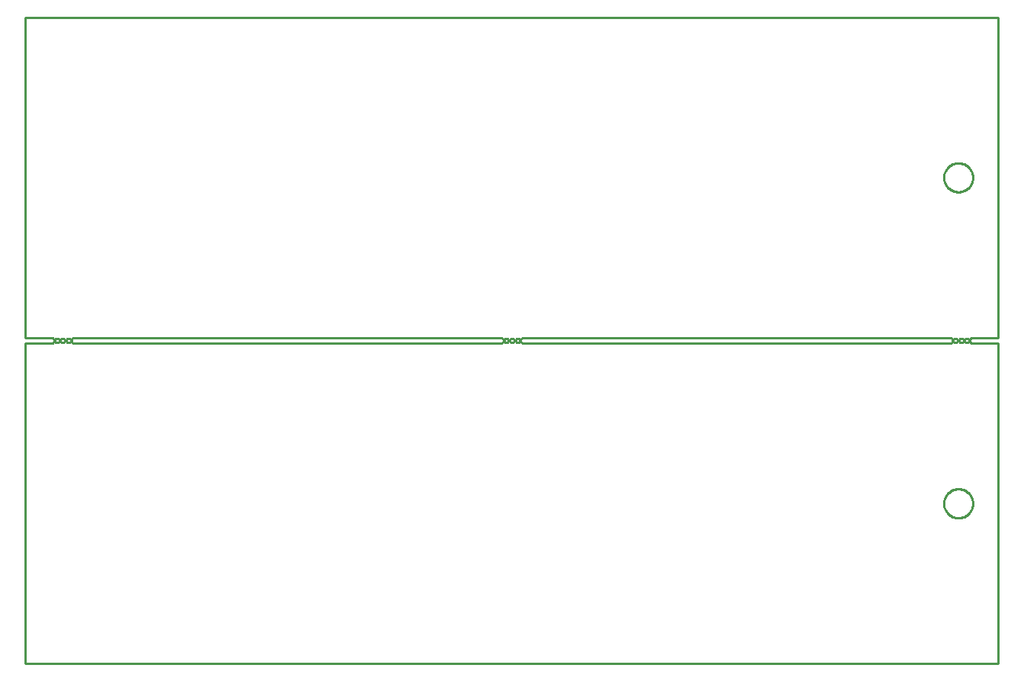
<source format=gbr>
G04 EAGLE Gerber RS-274X export*
G75*
%MOMM*%
%FSLAX34Y34*%
%LPD*%
%IN*%
%IPPOS*%
%AMOC8*
5,1,8,0,0,1.08239X$1,22.5*%
G01*
%ADD10C,0.254000*%


D10*
X0Y0D02*
X1079500Y0D01*
X1079500Y355600D01*
X1050925Y355600D01*
X1050648Y355612D01*
X1050374Y355648D01*
X1050103Y355708D01*
X1049839Y355791D01*
X1049583Y355897D01*
X1049338Y356025D01*
X1049104Y356174D01*
X1048884Y356343D01*
X1048680Y356530D01*
X1048493Y356734D01*
X1048324Y356954D01*
X1048175Y357188D01*
X1048047Y357433D01*
X1047941Y357689D01*
X1047858Y357953D01*
X1047798Y358224D01*
X1047762Y358498D01*
X1047750Y358775D01*
X1047762Y359052D01*
X1047798Y359326D01*
X1047858Y359597D01*
X1047941Y359861D01*
X1048047Y360117D01*
X1048175Y360363D01*
X1048324Y360596D01*
X1048493Y360816D01*
X1048680Y361020D01*
X1048884Y361207D01*
X1049104Y361376D01*
X1049338Y361525D01*
X1049583Y361653D01*
X1049839Y361759D01*
X1050103Y361842D01*
X1050374Y361902D01*
X1050648Y361938D01*
X1050925Y361950D01*
X1079500Y361950D01*
X1079500Y717550D01*
X0Y717550D01*
X0Y361950D01*
X28575Y361950D01*
X28852Y361938D01*
X29126Y361902D01*
X29397Y361842D01*
X29661Y361759D01*
X29917Y361653D01*
X30163Y361525D01*
X30396Y361376D01*
X30616Y361207D01*
X30820Y361020D01*
X31007Y360816D01*
X31176Y360596D01*
X31325Y360363D01*
X31453Y360117D01*
X31559Y359861D01*
X31642Y359597D01*
X31702Y359326D01*
X31738Y359052D01*
X31750Y358775D01*
X31738Y358498D01*
X31702Y358224D01*
X31642Y357953D01*
X31559Y357689D01*
X31453Y357433D01*
X31325Y357188D01*
X31176Y356954D01*
X31007Y356734D01*
X30820Y356530D01*
X30616Y356343D01*
X30396Y356174D01*
X30163Y356025D01*
X29917Y355897D01*
X29661Y355791D01*
X29397Y355708D01*
X29126Y355648D01*
X28852Y355612D01*
X28575Y355600D01*
X0Y355600D01*
X0Y0D01*
X549275Y358775D02*
X549287Y358498D01*
X549323Y358224D01*
X549383Y357953D01*
X549466Y357689D01*
X549572Y357433D01*
X549700Y357188D01*
X549849Y356954D01*
X550018Y356734D01*
X550205Y356530D01*
X550409Y356343D01*
X550629Y356174D01*
X550863Y356025D01*
X551108Y355897D01*
X551364Y355791D01*
X551628Y355708D01*
X551899Y355648D01*
X552173Y355612D01*
X552450Y355600D01*
X1025525Y355600D01*
X1025802Y355612D01*
X1026076Y355648D01*
X1026347Y355708D01*
X1026611Y355791D01*
X1026867Y355897D01*
X1027113Y356025D01*
X1027346Y356174D01*
X1027566Y356343D01*
X1027770Y356530D01*
X1027957Y356734D01*
X1028126Y356954D01*
X1028275Y357188D01*
X1028403Y357433D01*
X1028509Y357689D01*
X1028592Y357953D01*
X1028652Y358224D01*
X1028688Y358498D01*
X1028700Y358775D01*
X1028688Y359052D01*
X1028652Y359326D01*
X1028592Y359597D01*
X1028509Y359861D01*
X1028403Y360117D01*
X1028275Y360363D01*
X1028126Y360596D01*
X1027957Y360816D01*
X1027770Y361020D01*
X1027566Y361207D01*
X1027346Y361376D01*
X1027113Y361525D01*
X1026867Y361653D01*
X1026611Y361759D01*
X1026347Y361842D01*
X1026076Y361902D01*
X1025802Y361938D01*
X1025525Y361950D01*
X552450Y361950D01*
X552173Y361938D01*
X551899Y361902D01*
X551628Y361842D01*
X551364Y361759D01*
X551108Y361653D01*
X550863Y361525D01*
X550629Y361376D01*
X550409Y361207D01*
X550205Y361020D01*
X550018Y360816D01*
X549849Y360596D01*
X549700Y360363D01*
X549572Y360117D01*
X549466Y359861D01*
X549383Y359597D01*
X549323Y359326D01*
X549287Y359052D01*
X549275Y358775D01*
X50800Y358775D02*
X50812Y358498D01*
X50848Y358224D01*
X50908Y357953D01*
X50991Y357689D01*
X51097Y357433D01*
X51225Y357188D01*
X51374Y356954D01*
X51543Y356734D01*
X51730Y356530D01*
X51934Y356343D01*
X52154Y356174D01*
X52388Y356025D01*
X52633Y355897D01*
X52889Y355791D01*
X53153Y355708D01*
X53424Y355648D01*
X53698Y355612D01*
X53975Y355600D01*
X527050Y355600D01*
X527327Y355612D01*
X527601Y355648D01*
X527872Y355708D01*
X528136Y355791D01*
X528392Y355897D01*
X528638Y356025D01*
X528871Y356174D01*
X529091Y356343D01*
X529295Y356530D01*
X529482Y356734D01*
X529651Y356954D01*
X529800Y357188D01*
X529928Y357433D01*
X530034Y357689D01*
X530117Y357953D01*
X530177Y358224D01*
X530213Y358498D01*
X530225Y358775D01*
X530213Y359052D01*
X530177Y359326D01*
X530117Y359597D01*
X530034Y359861D01*
X529928Y360117D01*
X529800Y360363D01*
X529651Y360596D01*
X529482Y360816D01*
X529295Y361020D01*
X529091Y361207D01*
X528871Y361376D01*
X528638Y361525D01*
X528392Y361653D01*
X528136Y361759D01*
X527872Y361842D01*
X527601Y361902D01*
X527327Y361938D01*
X527050Y361950D01*
X53975Y361950D01*
X53698Y361938D01*
X53424Y361902D01*
X53153Y361842D01*
X52889Y361759D01*
X52633Y361653D01*
X52388Y361525D01*
X52154Y361376D01*
X51934Y361207D01*
X51730Y361020D01*
X51543Y360816D01*
X51374Y360596D01*
X51225Y360363D01*
X51097Y360117D01*
X50991Y359861D01*
X50908Y359597D01*
X50848Y359326D01*
X50812Y359052D01*
X50800Y358775D01*
X1051116Y177274D02*
X1051047Y176224D01*
X1050909Y175182D01*
X1050704Y174150D01*
X1050432Y173134D01*
X1050094Y172138D01*
X1049691Y171166D01*
X1049226Y170223D01*
X1048700Y169312D01*
X1048116Y168437D01*
X1047475Y167603D01*
X1046782Y166812D01*
X1046038Y166068D01*
X1045247Y165375D01*
X1044413Y164734D01*
X1043538Y164150D01*
X1042627Y163624D01*
X1041684Y163159D01*
X1040712Y162756D01*
X1039716Y162418D01*
X1038700Y162146D01*
X1037668Y161941D01*
X1036626Y161803D01*
X1035576Y161735D01*
X1034524Y161735D01*
X1033474Y161803D01*
X1032432Y161941D01*
X1031400Y162146D01*
X1030384Y162418D01*
X1029388Y162756D01*
X1028416Y163159D01*
X1027473Y163624D01*
X1026562Y164150D01*
X1025687Y164734D01*
X1024853Y165375D01*
X1024062Y166068D01*
X1023318Y166812D01*
X1022625Y167603D01*
X1021984Y168437D01*
X1021400Y169312D01*
X1020874Y170223D01*
X1020409Y171166D01*
X1020006Y172138D01*
X1019668Y173134D01*
X1019396Y174150D01*
X1019191Y175182D01*
X1019053Y176224D01*
X1018985Y177274D01*
X1018985Y178326D01*
X1019053Y179376D01*
X1019191Y180418D01*
X1019396Y181450D01*
X1019668Y182466D01*
X1020006Y183462D01*
X1020409Y184434D01*
X1020874Y185377D01*
X1021400Y186288D01*
X1021984Y187163D01*
X1022625Y187997D01*
X1023318Y188788D01*
X1024062Y189532D01*
X1024853Y190225D01*
X1025687Y190866D01*
X1026562Y191450D01*
X1027473Y191976D01*
X1028416Y192441D01*
X1029388Y192844D01*
X1030384Y193182D01*
X1031400Y193454D01*
X1032432Y193659D01*
X1033474Y193797D01*
X1034524Y193866D01*
X1035576Y193866D01*
X1036626Y193797D01*
X1037668Y193659D01*
X1038700Y193454D01*
X1039716Y193182D01*
X1040712Y192844D01*
X1041684Y192441D01*
X1042627Y191976D01*
X1043538Y191450D01*
X1044413Y190866D01*
X1045247Y190225D01*
X1046038Y189532D01*
X1046782Y188788D01*
X1047475Y187997D01*
X1048116Y187163D01*
X1048700Y186288D01*
X1049226Y185377D01*
X1049691Y184434D01*
X1050094Y183462D01*
X1050432Y182466D01*
X1050704Y181450D01*
X1050909Y180418D01*
X1051047Y179376D01*
X1051116Y178326D01*
X1051116Y177274D01*
X1051116Y539224D02*
X1051047Y538174D01*
X1050909Y537132D01*
X1050704Y536100D01*
X1050432Y535084D01*
X1050094Y534088D01*
X1049691Y533116D01*
X1049226Y532173D01*
X1048700Y531262D01*
X1048116Y530387D01*
X1047475Y529553D01*
X1046782Y528762D01*
X1046038Y528018D01*
X1045247Y527325D01*
X1044413Y526684D01*
X1043538Y526100D01*
X1042627Y525574D01*
X1041684Y525109D01*
X1040712Y524706D01*
X1039716Y524368D01*
X1038700Y524096D01*
X1037668Y523891D01*
X1036626Y523753D01*
X1035576Y523685D01*
X1034524Y523685D01*
X1033474Y523753D01*
X1032432Y523891D01*
X1031400Y524096D01*
X1030384Y524368D01*
X1029388Y524706D01*
X1028416Y525109D01*
X1027473Y525574D01*
X1026562Y526100D01*
X1025687Y526684D01*
X1024853Y527325D01*
X1024062Y528018D01*
X1023318Y528762D01*
X1022625Y529553D01*
X1021984Y530387D01*
X1021400Y531262D01*
X1020874Y532173D01*
X1020409Y533116D01*
X1020006Y534088D01*
X1019668Y535084D01*
X1019396Y536100D01*
X1019191Y537132D01*
X1019053Y538174D01*
X1018985Y539224D01*
X1018985Y540276D01*
X1019053Y541326D01*
X1019191Y542368D01*
X1019396Y543400D01*
X1019668Y544416D01*
X1020006Y545412D01*
X1020409Y546384D01*
X1020874Y547327D01*
X1021400Y548238D01*
X1021984Y549113D01*
X1022625Y549947D01*
X1023318Y550738D01*
X1024062Y551482D01*
X1024853Y552175D01*
X1025687Y552816D01*
X1026562Y553400D01*
X1027473Y553926D01*
X1028416Y554391D01*
X1029388Y554794D01*
X1030384Y555132D01*
X1031400Y555404D01*
X1032432Y555609D01*
X1033474Y555747D01*
X1034524Y555816D01*
X1035576Y555816D01*
X1036626Y555747D01*
X1037668Y555609D01*
X1038700Y555404D01*
X1039716Y555132D01*
X1040712Y554794D01*
X1041684Y554391D01*
X1042627Y553926D01*
X1043538Y553400D01*
X1044413Y552816D01*
X1045247Y552175D01*
X1046038Y551482D01*
X1046782Y550738D01*
X1047475Y549947D01*
X1048116Y549113D01*
X1048700Y548238D01*
X1049226Y547327D01*
X1049691Y546384D01*
X1050094Y545412D01*
X1050432Y544416D01*
X1050704Y543400D01*
X1050909Y542368D01*
X1051047Y541326D01*
X1051116Y540276D01*
X1051116Y539224D01*
X37425Y358578D02*
X37363Y358190D01*
X37242Y357815D01*
X37063Y357465D01*
X36832Y357146D01*
X36554Y356868D01*
X36235Y356637D01*
X35885Y356458D01*
X35510Y356337D01*
X35122Y356275D01*
X34728Y356275D01*
X34340Y356337D01*
X33965Y356458D01*
X33615Y356637D01*
X33296Y356868D01*
X33018Y357146D01*
X32787Y357465D01*
X32608Y357815D01*
X32487Y358190D01*
X32425Y358578D01*
X32425Y358972D01*
X32487Y359360D01*
X32608Y359735D01*
X32787Y360085D01*
X33018Y360404D01*
X33296Y360682D01*
X33615Y360913D01*
X33965Y361092D01*
X34340Y361213D01*
X34728Y361275D01*
X35122Y361275D01*
X35510Y361213D01*
X35885Y361092D01*
X36235Y360913D01*
X36554Y360682D01*
X36832Y360404D01*
X37063Y360085D01*
X37242Y359735D01*
X37363Y359360D01*
X37425Y358972D01*
X37425Y358578D01*
X43775Y358578D02*
X43713Y358190D01*
X43592Y357815D01*
X43413Y357465D01*
X43182Y357146D01*
X42904Y356868D01*
X42585Y356637D01*
X42235Y356458D01*
X41860Y356337D01*
X41472Y356275D01*
X41078Y356275D01*
X40690Y356337D01*
X40315Y356458D01*
X39965Y356637D01*
X39646Y356868D01*
X39368Y357146D01*
X39137Y357465D01*
X38958Y357815D01*
X38837Y358190D01*
X38775Y358578D01*
X38775Y358972D01*
X38837Y359360D01*
X38958Y359735D01*
X39137Y360085D01*
X39368Y360404D01*
X39646Y360682D01*
X39965Y360913D01*
X40315Y361092D01*
X40690Y361213D01*
X41078Y361275D01*
X41472Y361275D01*
X41860Y361213D01*
X42235Y361092D01*
X42585Y360913D01*
X42904Y360682D01*
X43182Y360404D01*
X43413Y360085D01*
X43592Y359735D01*
X43713Y359360D01*
X43775Y358972D01*
X43775Y358578D01*
X50125Y358578D02*
X50063Y358190D01*
X49942Y357815D01*
X49763Y357465D01*
X49532Y357146D01*
X49254Y356868D01*
X48935Y356637D01*
X48585Y356458D01*
X48210Y356337D01*
X47822Y356275D01*
X47428Y356275D01*
X47040Y356337D01*
X46665Y356458D01*
X46315Y356637D01*
X45996Y356868D01*
X45718Y357146D01*
X45487Y357465D01*
X45308Y357815D01*
X45187Y358190D01*
X45125Y358578D01*
X45125Y358972D01*
X45187Y359360D01*
X45308Y359735D01*
X45487Y360085D01*
X45718Y360404D01*
X45996Y360682D01*
X46315Y360913D01*
X46665Y361092D01*
X47040Y361213D01*
X47428Y361275D01*
X47822Y361275D01*
X48210Y361213D01*
X48585Y361092D01*
X48935Y360913D01*
X49254Y360682D01*
X49532Y360404D01*
X49763Y360085D01*
X49942Y359735D01*
X50063Y359360D01*
X50125Y358972D01*
X50125Y358578D01*
X1047075Y358578D02*
X1047013Y358190D01*
X1046892Y357815D01*
X1046713Y357465D01*
X1046482Y357146D01*
X1046204Y356868D01*
X1045885Y356637D01*
X1045535Y356458D01*
X1045160Y356337D01*
X1044772Y356275D01*
X1044378Y356275D01*
X1043990Y356337D01*
X1043615Y356458D01*
X1043265Y356637D01*
X1042946Y356868D01*
X1042668Y357146D01*
X1042437Y357465D01*
X1042258Y357815D01*
X1042137Y358190D01*
X1042075Y358578D01*
X1042075Y358972D01*
X1042137Y359360D01*
X1042258Y359735D01*
X1042437Y360085D01*
X1042668Y360404D01*
X1042946Y360682D01*
X1043265Y360913D01*
X1043615Y361092D01*
X1043990Y361213D01*
X1044378Y361275D01*
X1044772Y361275D01*
X1045160Y361213D01*
X1045535Y361092D01*
X1045885Y360913D01*
X1046204Y360682D01*
X1046482Y360404D01*
X1046713Y360085D01*
X1046892Y359735D01*
X1047013Y359360D01*
X1047075Y358972D01*
X1047075Y358578D01*
X1040725Y358578D02*
X1040663Y358190D01*
X1040542Y357815D01*
X1040363Y357465D01*
X1040132Y357146D01*
X1039854Y356868D01*
X1039535Y356637D01*
X1039185Y356458D01*
X1038810Y356337D01*
X1038422Y356275D01*
X1038028Y356275D01*
X1037640Y356337D01*
X1037265Y356458D01*
X1036915Y356637D01*
X1036596Y356868D01*
X1036318Y357146D01*
X1036087Y357465D01*
X1035908Y357815D01*
X1035787Y358190D01*
X1035725Y358578D01*
X1035725Y358972D01*
X1035787Y359360D01*
X1035908Y359735D01*
X1036087Y360085D01*
X1036318Y360404D01*
X1036596Y360682D01*
X1036915Y360913D01*
X1037265Y361092D01*
X1037640Y361213D01*
X1038028Y361275D01*
X1038422Y361275D01*
X1038810Y361213D01*
X1039185Y361092D01*
X1039535Y360913D01*
X1039854Y360682D01*
X1040132Y360404D01*
X1040363Y360085D01*
X1040542Y359735D01*
X1040663Y359360D01*
X1040725Y358972D01*
X1040725Y358578D01*
X1034375Y358578D02*
X1034313Y358190D01*
X1034192Y357815D01*
X1034013Y357465D01*
X1033782Y357146D01*
X1033504Y356868D01*
X1033185Y356637D01*
X1032835Y356458D01*
X1032460Y356337D01*
X1032072Y356275D01*
X1031678Y356275D01*
X1031290Y356337D01*
X1030915Y356458D01*
X1030565Y356637D01*
X1030246Y356868D01*
X1029968Y357146D01*
X1029737Y357465D01*
X1029558Y357815D01*
X1029437Y358190D01*
X1029375Y358578D01*
X1029375Y358972D01*
X1029437Y359360D01*
X1029558Y359735D01*
X1029737Y360085D01*
X1029968Y360404D01*
X1030246Y360682D01*
X1030565Y360913D01*
X1030915Y361092D01*
X1031290Y361213D01*
X1031678Y361275D01*
X1032072Y361275D01*
X1032460Y361213D01*
X1032835Y361092D01*
X1033185Y360913D01*
X1033504Y360682D01*
X1033782Y360404D01*
X1034013Y360085D01*
X1034192Y359735D01*
X1034313Y359360D01*
X1034375Y358972D01*
X1034375Y358578D01*
X535900Y358578D02*
X535838Y358190D01*
X535717Y357815D01*
X535538Y357465D01*
X535307Y357146D01*
X535029Y356868D01*
X534710Y356637D01*
X534360Y356458D01*
X533985Y356337D01*
X533597Y356275D01*
X533203Y356275D01*
X532815Y356337D01*
X532440Y356458D01*
X532090Y356637D01*
X531771Y356868D01*
X531493Y357146D01*
X531262Y357465D01*
X531083Y357815D01*
X530962Y358190D01*
X530900Y358578D01*
X530900Y358972D01*
X530962Y359360D01*
X531083Y359735D01*
X531262Y360085D01*
X531493Y360404D01*
X531771Y360682D01*
X532090Y360913D01*
X532440Y361092D01*
X532815Y361213D01*
X533203Y361275D01*
X533597Y361275D01*
X533985Y361213D01*
X534360Y361092D01*
X534710Y360913D01*
X535029Y360682D01*
X535307Y360404D01*
X535538Y360085D01*
X535717Y359735D01*
X535838Y359360D01*
X535900Y358972D01*
X535900Y358578D01*
X542250Y358578D02*
X542188Y358190D01*
X542067Y357815D01*
X541888Y357465D01*
X541657Y357146D01*
X541379Y356868D01*
X541060Y356637D01*
X540710Y356458D01*
X540335Y356337D01*
X539947Y356275D01*
X539553Y356275D01*
X539165Y356337D01*
X538790Y356458D01*
X538440Y356637D01*
X538121Y356868D01*
X537843Y357146D01*
X537612Y357465D01*
X537433Y357815D01*
X537312Y358190D01*
X537250Y358578D01*
X537250Y358972D01*
X537312Y359360D01*
X537433Y359735D01*
X537612Y360085D01*
X537843Y360404D01*
X538121Y360682D01*
X538440Y360913D01*
X538790Y361092D01*
X539165Y361213D01*
X539553Y361275D01*
X539947Y361275D01*
X540335Y361213D01*
X540710Y361092D01*
X541060Y360913D01*
X541379Y360682D01*
X541657Y360404D01*
X541888Y360085D01*
X542067Y359735D01*
X542188Y359360D01*
X542250Y358972D01*
X542250Y358578D01*
X548600Y358578D02*
X548538Y358190D01*
X548417Y357815D01*
X548238Y357465D01*
X548007Y357146D01*
X547729Y356868D01*
X547410Y356637D01*
X547060Y356458D01*
X546685Y356337D01*
X546297Y356275D01*
X545903Y356275D01*
X545515Y356337D01*
X545140Y356458D01*
X544790Y356637D01*
X544471Y356868D01*
X544193Y357146D01*
X543962Y357465D01*
X543783Y357815D01*
X543662Y358190D01*
X543600Y358578D01*
X543600Y358972D01*
X543662Y359360D01*
X543783Y359735D01*
X543962Y360085D01*
X544193Y360404D01*
X544471Y360682D01*
X544790Y360913D01*
X545140Y361092D01*
X545515Y361213D01*
X545903Y361275D01*
X546297Y361275D01*
X546685Y361213D01*
X547060Y361092D01*
X547410Y360913D01*
X547729Y360682D01*
X548007Y360404D01*
X548238Y360085D01*
X548417Y359735D01*
X548538Y359360D01*
X548600Y358972D01*
X548600Y358578D01*
M02*

</source>
